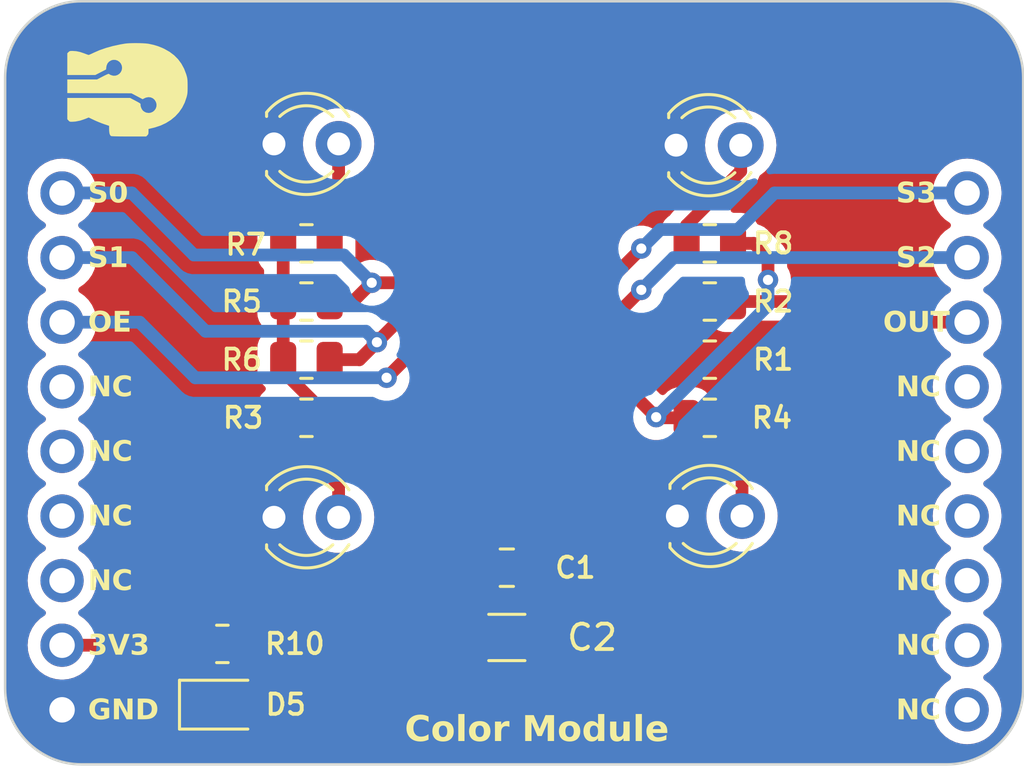
<source format=kicad_pcb>
(kicad_pcb (version 20221018) (generator pcbnew)
  (layers (0 "F.Cu" signal) (31 "B.Cu" signal) (34 "B.Paste" user) (35 "F.Paste" user) (36 "B.SilkS" user "B.Silkscreen") (37 "F.SilkS" user "F.Silkscreen") (38 "B.Mask" user) (39 "F.Mask" user) (44 "Edge.Cuts" user))
  (net 0 "")
  (net 1 "+3V3")
  (net 2 "GND")
  (net 3 "Net-(D1-A)")
  (net 4 "Net-(D2-A)")
  (net 5 "Net-(D3-A)")
  (net 6 "Net-(D4-A)")
  (net 7 "Net-(D5-A)")
  (net 8 "S0")
  (net 9 "S1")
  (net 10 "OUT")
  (net 11 "Net-(U1-OUT)")
  (net 12 "S2")
  (net 13 "OE")
  (net 14 "S3")
  (footprint "LED_THT:LED_D3.0mm" (layer "F.Cu") (at 93.8734 80.3656)
    (fp_text reference "D1" hide)
    (fp_text value "LED")
    (fp_line (start -0.29 -1.236) (end -0.29 -1.08) (stroke (width 0.12)) (layer "F.SilkS"))
    (fp_line (start -0.29 1.08) (end -0.29 1.236) (stroke (width 0.12)) (layer "F.SilkS"))
    (fp_arc (start -0.29 -1.235516) (mid 1.366487 -1.987659) (end 2.942335 -1.078608) (stroke (width 0.12)) (layer "F.SilkS"))
    (fp_arc (start 0.229039 -1.08) (mid 1.270117 -1.5) (end 2.31113 -1.079837) (stroke (width 0.12)) (layer "F.SilkS"))
    (fp_arc (start 2.31113 1.079837) (mid 1.270117 1.5) (end 0.229039 1.08) (stroke (width 0.12)) (layer "F.SilkS"))
    (fp_arc (start 2.942335 1.078608) (mid 1.366487 1.987659) (end -0.29 1.235516) (stroke (width 0.12)) (layer "F.SilkS"))
    (pad "1" thru_hole rect (at 0 0) (size 1.8 1.8) (drill 0.9) (layers "*.Cu" "*.Mask") (net 2 "GND"))
    (pad "2" thru_hole circle (at 2.54 0) (size 1.8 1.8) (drill 0.9) (layers "*.Cu" "*.Mask") (net 3 "Net-(D1-A)"))
  )
  (footprint "LED_THT:LED_D3.0mm" (layer "F.Cu") (at 109.6722 65.7352)
    (fp_text reference "D4" hide)
    (fp_text value "LED")
    (fp_line (start -0.29 -1.236) (end -0.29 -1.08) (stroke (width 0.12)) (layer "F.SilkS"))
    (fp_line (start -0.29 1.08) (end -0.29 1.236) (stroke (width 0.12)) (layer "F.SilkS"))
    (fp_arc (start -0.29 -1.235516) (mid 1.366487 -1.987659) (end 2.942335 -1.078608) (stroke (width 0.12)) (layer "F.SilkS"))
    (fp_arc (start 0.229039 -1.08) (mid 1.270117 -1.5) (end 2.31113 -1.079837) (stroke (width 0.12)) (layer "F.SilkS"))
    (fp_arc (start 2.31113 1.079837) (mid 1.270117 1.5) (end 0.229039 1.08) (stroke (width 0.12)) (layer "F.SilkS"))
    (fp_arc (start 2.942335 1.078608) (mid 1.366487 1.987659) (end -0.29 1.235516) (stroke (width 0.12)) (layer "F.SilkS"))
    (pad "1" thru_hole rect (at 0 0) (size 1.8 1.8) (drill 0.9) (layers "*.Cu" "*.Mask") (net 2 "GND"))
    (pad "2" thru_hole circle (at 2.54 0) (size 1.8 1.8) (drill 0.9) (layers "*.Cu" "*.Mask") (net 6 "Net-(D4-A)"))
  )
  (footprint "Resistor_SMD:R_0805_2012Metric" (layer "F.Cu") (at 95.1484 74.168 180)
    (fp_text reference "R6" (at 2.54 0) (layer "F.SilkS") (effects (font (size 0.8 0.8) (thickness 0.15) bold)))
    (fp_text value "10k")
    (fp_line (start -0.227064 -0.735) (end 0.227064 -0.735) (stroke (width 0.12)) (layer "F.SilkS"))
    (fp_line (start -0.227064 0.735) (end 0.227064 0.735) (stroke (width 0.12)) (layer "F.SilkS"))
    (pad "1" smd roundrect (at -0.9125 0 180) (size 1.025 1.4) (layers "F.Cu" "F.Paste" "F.Mask") (roundrect_rratio 0.243902) (net 9 "S1"))
    (pad "2" smd roundrect (at 0.9125 0 180) (size 1.025 1.4) (layers "F.Cu" "F.Paste" "F.Mask") (roundrect_rratio 0.243902) (net 1 "+3V3"))
  )
  (footprint "Resistor_SMD:R_0805_2012Metric" (layer "F.Cu") (at 110.998 71.882 180)
    (fp_text reference "R2" (at -2.4892 0) (layer "F.SilkS") (effects (font (size 0.8 0.8) (thickness 0.15) bold)))
    (fp_text value "1k")
    (fp_line (start -0.227064 -0.735) (end 0.227064 -0.735) (stroke (width 0.12)) (layer "F.SilkS"))
    (fp_line (start -0.227064 0.735) (end 0.227064 0.735) (stroke (width 0.12)) (layer "F.SilkS"))
    (pad "1" smd roundrect (at -0.9125 0 180) (size 1.025 1.4) (layers "F.Cu" "F.Paste" "F.Mask") (roundrect_rratio 0.243902) (net 10 "OUT"))
    (pad "2" smd roundrect (at 0.9125 0 180) (size 1.025 1.4) (layers "F.Cu" "F.Paste" "F.Mask") (roundrect_rratio 0.243902) (net 11 "Net-(U1-OUT)"))
  )
  (footprint "TCS3200:SOIC8" (layer "F.Cu") (at 103.0732 73.0504)
    (fp_text reference "U1" hide)
    (fp_text value "TCS3200")
    (pad "1" smd rect (at -2.6 -1.905 270) (size 0.6 2.2) (layers "F.Cu" "F.Paste" "F.Mask") (net 8 "S0"))
    (pad "2" smd rect (at -2.6 -0.635 270) (size 0.6 2.2) (layers "F.Cu" "F.Paste" "F.Mask") (net 9 "S1"))
    (pad "3" smd rect (at -2.6 0.635 270) (size 0.6 2.2) (layers "F.Cu" "F.Paste" "F.Mask") (net 13 "OE"))
    (pad "4" smd rect (at -2.6 1.905 270) (size 0.6 2.2) (layers "F.Cu" "F.Paste" "F.Mask") (net 2 "GND"))
    (pad "5" smd rect (at 2.6 1.905 270) (size 0.6 2.2) (layers "F.Cu" "F.Paste" "F.Mask") (net 1 "+3V3"))
    (pad "6" smd rect (at 2.6 0.635 270) (size 0.6 2.2) (layers "F.Cu" "F.Paste" "F.Mask") (net 11 "Net-(U1-OUT)"))
    (pad "7" smd rect (at 2.6 -0.635 270) (size 0.6 2.2) (layers "F.Cu" "F.Paste" "F.Mask") (net 12 "S2"))
    (pad "8" smd rect (at 2.6 -1.905 270) (size 0.6 2.2) (layers "F.Cu" "F.Paste" "F.Mask") (net 14 "S3"))
  )
  (footprint "LED_THT:LED_D3.0mm" (layer "F.Cu") (at 93.8734 65.6844)
    (fp_text reference "D3" hide)
    (fp_text value "LED")
    (fp_line (start -0.29 -1.236) (end -0.29 -1.08) (stroke (width 0.12)) (layer "F.SilkS"))
    (fp_line (start -0.29 1.08) (end -0.29 1.236) (stroke (width 0.12)) (layer "F.SilkS"))
    (fp_arc (start -0.29 -1.235516) (mid 1.366487 -1.987659) (end 2.942335 -1.078608) (stroke (width 0.12)) (layer "F.SilkS"))
    (fp_arc (start 0.229039 -1.08) (mid 1.270117 -1.5) (end 2.31113 -1.079837) (stroke (width 0.12)) (layer "F.SilkS"))
    (fp_arc (start 2.31113 1.079837) (mid 1.270117 1.5) (end 0.229039 1.08) (stroke (width 0.12)) (layer "F.SilkS"))
    (fp_arc (start 2.942335 1.078608) (mid 1.366487 1.987659) (end -0.29 1.235516) (stroke (width 0.12)) (layer "F.SilkS"))
    (pad "1" thru_hole rect (at 0 0) (size 1.8 1.8) (drill 0.9) (layers "*.Cu" "*.Mask") (net 2 "GND"))
    (pad "2" thru_hole circle (at 2.54 0) (size 1.8 1.8) (drill 0.9) (layers "*.Cu" "*.Mask") (net 5 "Net-(D3-A)"))
  )
  (footprint "Resistor_SMD:R_0805_2012Metric" (layer "F.Cu") (at 95.1484 71.882 180)
    (fp_text reference "R5" (at 2.54 0) (layer "F.SilkS") (effects (font (size 0.8 0.8) (thickness 0.15) bold)))
    (fp_text value "10k")
    (fp_line (start -0.227064 -0.735) (end 0.227064 -0.735) (stroke (width 0.12)) (layer "F.SilkS"))
    (fp_line (start -0.227064 0.735) (end 0.227064 0.735) (stroke (width 0.12)) (layer "F.SilkS"))
    (pad "1" smd roundrect (at -0.9125 0 180) (size 1.025 1.4) (layers "F.Cu" "F.Paste" "F.Mask") (roundrect_rratio 0.243902) (net 8 "S0"))
    (pad "2" smd roundrect (at 0.9125 0 180) (size 1.025 1.4) (layers "F.Cu" "F.Paste" "F.Mask") (roundrect_rratio 0.243902) (net 1 "+3V3"))
  )
  (footprint "Resistor_SMD:R_0805_2012Metric" (layer "F.Cu") (at 110.998 76.454 180)
    (fp_text reference "R4" (at -2.4384 0) (layer "F.SilkS") (effects (font (size 0.8 0.8) (thickness 0.15) bold)))
    (fp_text value "330r")
    (fp_line (start -0.227064 -0.735) (end 0.227064 -0.735) (stroke (width 0.12)) (layer "F.SilkS"))
    (fp_line (start -0.227064 0.735) (end 0.227064 0.735) (stroke (width 0.12)) (layer "F.SilkS"))
    (pad "1" smd roundrect (at -0.9125 0 180) (size 1.025 1.4) (layers "F.Cu" "F.Paste" "F.Mask") (roundrect_rratio 0.243902) (net 4 "Net-(D2-A)"))
    (pad "2" smd roundrect (at 0.9125 0 180) (size 1.025 1.4) (layers "F.Cu" "F.Paste" "F.Mask") (roundrect_rratio 0.243902) (net 1 "+3V3"))
  )
  (footprint "Resistor_SMD:R_0805_2012Metric" (layer "F.Cu") (at 95.1484 69.596 180)
    (fp_text reference "R7" (at 2.3876 -0.0508) (layer "F.SilkS") (effects (font (size 0.8 0.8) (thickness 0.15) bold)))
    (fp_text value "330r")
    (fp_line (start -0.227064 -0.735) (end 0.227064 -0.735) (stroke (width 0.12)) (layer "F.SilkS"))
    (fp_line (start -0.227064 0.735) (end 0.227064 0.735) (stroke (width 0.12)) (layer "F.SilkS"))
    (pad "1" smd roundrect (at -0.9125 0 180) (size 1.025 1.4) (layers "F.Cu" "F.Paste" "F.Mask") (roundrect_rratio 0.243902) (net 5 "Net-(D3-A)"))
    (pad "2" smd roundrect (at 0.9125 0 180) (size 1.025 1.4) (layers "F.Cu" "F.Paste" "F.Mask") (roundrect_rratio 0.243902) (net 1 "+3V3"))
  )
  (footprint "LED_SMD:LED_0805_2012Metric" (layer "F.Cu") (at 91.8464 87.7316)
    (fp_text reference "D5" (at 2.4892 0) (layer "F.SilkS") (effects (font (size 0.8 0.8) (thickness 0.15) bold)))
    (fp_text value "LED")
    (fp_line (start -1.685 -0.96) (end -1.685 0.96) (stroke (width 0.12)) (layer "F.SilkS"))
    (fp_line (start -1.685 0.96) (end 1 0.96) (stroke (width 0.12)) (layer "F.SilkS"))
    (fp_line (start 1 -0.96) (end -1.685 -0.96) (stroke (width 0.12)) (layer "F.SilkS"))
    (pad "1" smd roundrect (at -0.9375 0) (size 0.975 1.4) (layers "F.Cu" "F.Paste" "F.Mask") (net 2 "GND"))
    (pad "2" smd roundrect (at 0.9375 0) (size 0.975 1.4) (layers "F.Cu" "F.Paste" "F.Mask") (net 7 "Net-(D5-A)"))
  )
  (footprint "Resistor_SMD:R_0805_2012Metric" (layer "F.Cu") (at 110.998 69.596)
    (fp_text reference "R8" (at 2.4892 0) (layer "F.SilkS") (effects (font (size 0.8 0.8) (thickness 0.15) bold)))
    (fp_text value "330r")
    (fp_line (start -0.227064 -0.735) (end 0.227064 -0.735) (stroke (width 0.12)) (layer "F.SilkS"))
    (fp_line (start -0.227064 0.735) (end 0.227064 0.735) (stroke (width 0.12)) (layer "F.SilkS"))
    (pad "1" smd roundrect (at -0.9125 0) (size 1.025 1.4) (layers "F.Cu" "F.Paste" "F.Mask") (roundrect_rratio 0.243902) (net 6 "Net-(D4-A)"))
    (pad "2" smd roundrect (at 0.9125 0) (size 1.025 1.4) (layers "F.Cu" "F.Paste" "F.Mask") (roundrect_rratio 0.243902) (net 1 "+3V3"))
  )
  (footprint "Capacitor_SMD:C_0805_2012Metric" (layer "F.Cu") (at 103.0224 82.3468)
    (fp_text reference "C1" (at 2.6924 0) (layer "F.SilkS") (effects (font (size 0.8 0.8) (thickness 0.15) bold)))
    (fp_text value "0.1uF")
    (fp_line (start -0.261252 -0.735) (end 0.261252 -0.735) (stroke (width 0.12)) (layer "F.SilkS"))
    (fp_line (start -0.261252 0.735) (end 0.261252 0.735) (stroke (width 0.12)) (layer "F.SilkS"))
    (pad "1" smd roundrect (at -0.95 0) (size 1 1.45) (layers "F.Cu" "F.Paste" "F.Mask") (net 1 "+3V3"))
    (pad "2" smd roundrect (at 0.95 0) (size 1 1.45) (layers "F.Cu" "F.Paste" "F.Mask") (net 2 "GND"))
  )
  (footprint "Resistor_SMD:R_0805_2012Metric" (layer "F.Cu") (at 110.998 74.168)
    (fp_text reference "R1" (at 2.4892 0) (layer "F.SilkS") (effects (font (size 0.8 0.8) (thickness 0.15) bold)))
    (fp_text value "0r")
    (fp_line (start -0.227064 -0.735) (end 0.227064 -0.735) (stroke (width 0.12)) (layer "F.SilkS"))
    (fp_line (start -0.227064 0.735) (end 0.227064 0.735) (stroke (width 0.12)) (layer "F.SilkS"))
    (pad "1" smd roundrect (at -0.9125 0) (size 1.025 1.4) (layers "F.Cu" "F.Paste" "F.Mask") (roundrect_rratio 0.243902) (net 2 "GND"))
    (pad "2" smd roundrect (at 0.9125 0) (size 1.025 1.4) (layers "F.Cu" "F.Paste" "F.Mask") (roundrect_rratio 0.243902) (net 2 "GND"))
  )
  (footprint "Capacitor_SMD:C_1206_3216Metric" (layer "F.Cu") (at 103.0224 85.09)
    (fp_text reference "C2" (at 3.3528 0) (layer "F.SilkS"))
    (fp_text value "10uF")
    (fp_line (start -0.711252 -0.91) (end 0.711252 -0.91) (stroke (width 0.12)) (layer "F.SilkS"))
    (fp_line (start -0.711252 0.91) (end 0.711252 0.91) (stroke (width 0.12)) (layer "F.SilkS"))
    (pad "1" smd roundrect (at -1.475 0) (size 1.15 1.8) (layers "F.Cu" "F.Paste" "F.Mask") (roundrect_rratio 0.217391) (net 1 "+3V3"))
    (pad "2" smd roundrect (at 1.475 0) (size 1.15 1.8) (layers "F.Cu" "F.Paste" "F.Mask") (roundrect_rratio 0.217391) (net 2 "GND"))
  )
  (footprint "Resistor_SMD:R_0805_2012Metric" (layer "F.Cu") (at 95.1484 76.454)
    (fp_text reference "R3" (at -2.4892 0) (layer "F.SilkS") (effects (font (size 0.8 0.8) (thickness 0.15) bold)))
    (fp_text value "330r")
    (fp_line (start -0.227064 -0.735) (end 0.227064 -0.735) (stroke (width 0.12)) (layer "F.SilkS"))
    (fp_line (start -0.227064 0.735) (end 0.227064 0.735) (stroke (width 0.12)) (layer "F.SilkS"))
    (pad "1" smd roundrect (at -0.9125 0) (size 1.025 1.4) (layers "F.Cu" "F.Paste" "F.Mask") (roundrect_rratio 0.243902) (net 3 "Net-(D1-A)"))
    (pad "2" smd roundrect (at 0.9125 0) (size 1.025 1.4) (layers "F.Cu" "F.Paste" "F.Mask") (roundrect_rratio 0.243902) (net 1 "+3V3"))
  )
  (footprint "Moduler_:pin_header" (layer "F.Cu") (at 103.0732 78.2828)
    (fp_text reference "U2" hide)
    (fp_text value "~" hide)
    (fp_text user "GND" (at -16.51 10.16 unlocked) (layer "F.SilkS") (effects (font (size 0.8 0.8) (thickness 0.2) bold) (justify left bottom)))
    (fp_text user "NC" (at -16.51 2.54 unlocked) (layer "F.SilkS") (effects (font (size 0.8 0.8) (thickness 0.2) bold) (justify left bottom)))
    (fp_text user "OUT" (at 14.732 -5.08 unlocked) (layer "F.SilkS") (effects (font (size 0.8 0.8) (thickness 0.2) bold) (justify left bottom)))
    (fp_text user "NC" (at 15.24 10.16 unlocked) (layer "F.SilkS") (effects (font (size 0.8 0.8) (thickness 0.2) bold) (justify left bottom)))
    (fp_text user "NC" (at 15.24 7.62 unlocked) (layer "F.SilkS") (effects (font (size 0.8 0.8) (thickness 0.2) bold) (justify left bottom)))
    (fp_text user "NC" (at 15.24 0 unlocked) (layer "F.SilkS") (effects (font (size 0.8 0.8) (thickness 0.2) bold) (justify left bottom)))
    (fp_text user "NC" (at 15.24 2.54 unlocked) (layer "F.SilkS") (effects (font (size 0.8 0.8) (thickness 0.2) bold) (justify left bottom)))
    (fp_text user "NC" (at -16.51 0 unlocked) (layer "F.SilkS") (effects (font (size 0.8 0.8) (thickness 0.2) bold) (justify left bottom)))
    (fp_text user "S2" (at 15.24 -7.62 unlocked) (layer "F.SilkS") (effects (font (size 0.8 0.8) (thickness 0.2) bold) (justify left bottom)))
    (fp_text user "NC" (at -16.51 -2.54 unlocked) (layer "F.SilkS") (effects (font (size 0.8 0.8) (thickness 0.2) bold) (justify left bottom)))
    (fp_text user "S0" (at -16.51 -10.16 unlocked) (layer "F.SilkS") (effects (font (size 0.8 0.8) (thickness 0.2) bold) (justify left bottom)))
    (fp_text user "Color Module" (at -4.064 11.049 unlocked) (layer "F.SilkS") (effects (font (thickness 0.2) bold) (justify left bottom)))
    (fp_text user "S1" (at -16.51 -7.62 unlocked) (layer "F.SilkS") (effects (font (size 0.8 0.8) (thickness 0.2) bold) (justify left bottom)))
    (fp_text user "3V3" (at -16.51 7.62 unlocked) (layer "F.SilkS") (effects (font (size 0.8 0.8) (thickness 0.2) bold) (justify left bottom)))
    (fp_text user "NC" (at -16.51 5.08 unlocked) (layer "F.SilkS") (effects (font (size 0.8 0.8) (thickness 0.2) bold) (justify left bottom)))
    (fp_text user "NC" (at 15.24 -2.54 unlocked) (layer "F.SilkS") (effects (font (size 0.8 0.8) (thickness 0.2) bold) (justify left bottom)))
    (fp_text user "NC" (at 15.24 5.08 unlocked) (layer "F.SilkS") (effects (font (size 0.8 0.8) (thickness 0.2) bold) (justify left bottom)))
    (fp_text user "S3" (at 15.24 -10.16 unlocked) (layer "F.SilkS") (effects (font (size 0.8 0.8) (thickness 0.2) bold) (justify left bottom)))
    (fp_text user "OE" (at -16.51 -5.08 unlocked) (layer "F.SilkS") (effects (font (size 0.8 0.8) (thickness 0.2) bold) (justify left bottom)))
    (fp_poly (pts (xy -14.485582 -16.559009) (xy -14.360573 -16.554745) (xy -14.248636 -16.54798) (xy -14.157002 -16.538775) (xy -14.117924 -16.532703) (xy -13.929469 -16.491549) (xy -13.759531 -16.440533) (xy -13.595569 -16.375574) (xy -13.505604 -16.333511) (xy -13.302009 -16.218091) (xy -13.123321 -16.083397) (xy -12.969118 -15.928915) (xy -12.838978 -15.754131) (xy -12.73248 -15.558531) (xy -12.6492 -15.3416) (xy -12.625721 -15.261504) (xy -12.612959 -15.20932) (xy -12.603846 -15.156964) (xy -12.597806 -15.097579) (xy -12.594264 -15.024306) (xy -12.592645 -14.930288) (xy -12.59236 -14.863654) (xy -12.592671 -14.758539) (xy -12.594379 -14.67766) (xy -12.598173 -14.613669) (xy -12.604739 -14.559219) (xy -12.614766 -14.506962) (xy -12.628942 -14.449549) (xy -12.632287 -14.43698) (xy -12.705714 -14.221543) (xy -12.805363 -14.022972) (xy -12.930147 -13.842253) (xy -13.078978 -13.68037) (xy -13.250768 -13.538308) (xy -13.444431 -13.417053) (xy -13.658878 -13.317589) (xy -13.893022 -13.240901) (xy -13.975535 -13.220506) (xy -14.129547 -13.185381) (xy -14.129547 -13.083439) (xy -14.131087 -13.025365) (xy -14.138019 -12.987709) (xy -14.153807 -12.959356) (xy -14.17572 -12.935324) (xy -14.221893 -12.889151) (xy -14.898388 -12.889632) (xy -15.093554 -12.890179) (xy -15.257188 -12.891522) (xy -15.389336 -12.893662) (xy -15.490047 -12.896601) (xy -15.559371 -12.900339) (xy -15.597354 -12.904877) (xy -15.604006 -12.907041) (xy -15.639705 -12.944721) (xy -15.663541 -13.009816) (xy -15.675744 -13.103144) (xy -15.677582 -13.169023) (xy -15.677607 -13.307746) (xy -15.877323 -13.375342) (xy -15.973613 -13.410249) (xy -16.083694 -13.453796) (xy -16.193274 -13.500154) (xy -16.27912 -13.539209) (xy -16.481202 -13.63548) (xy -16.625058 -13.577237) (xy -16.814264 -13.51298) (xy -16.995657 -13.477073) (xy -17.112214 -13.468483) (xy -17.172568 -13.467793) (xy -17.210949 -13.471228) (xy -17.236949 -13.481681) (xy -17.260163 -13.502045) (xy -17.274123 -13.517292) (xy -17.320343 -13.568879) (xy -17.320343 -13.987224) (xy -17.320343 -14.405569) (xy -16.086926 -14.405569) (xy -14.85351 -14.405569) (xy -14.643801 -14.294889) (xy -14.56284 -14.251731) (xy -14.506066 -14.219928) (xy -14.469493 -14.196546) (xy -14.449134 -14.178651) (xy -14.441003 -14.163308) (xy -14.441111 -14.147581) (xy -14.441413 -14.14592) (xy -14.43976 -14.092795) (xy -14.421236 -14.027967) (xy -14.3904 -13.962942) (xy -14.35181 -13.909228) (xy -14.344762 -13.902005) (xy -14.296227 -13.865834) (xy -14.236644 -13.835404) (xy -14.214799 -13.827587) (xy -14.121045 -13.813694) (xy -14.033382 -13.827179) (xy -13.955509 -13.863953) (xy -13.891126 -13.919926) (xy -13.843932 -13.991011) (xy -13.817627 -14.073118) (xy -13.815911 -14.162158) (xy -13.838074 -14.243952) (xy -13.888707 -14.328311) (xy -13.95777 -14.389514) (xy -14.040589 -14.425955) (xy -14.132494 -14.436027) (xy -14.228811 -14.418125) (xy -14.281052 -14.396241) (xy -14.36193 -14.355321) (xy -14.581404 -14.471272) (xy -14.800878 -14.587224) (xy -16.06061 -14.591538) (xy -17.320343 -14.595853) (xy -17.320343 -14.86402) (xy -17.320343 -15.132186) (xy -16.736108 -15.132186) (xy -16.151873 -15.132186) (xy -15.92364 -15.25081) (xy -15.825628 -15.300328) (xy -15.752835 -15.333929) (xy -15.705794 -15.351385) (xy -15.685044 -15.352471) (xy -15.684533 -15.351839) (xy -15.664369 -15.334981) (xy -15.626413 -15.313259) (xy -15.608475 -15.304645) (xy -15.517344 -15.278515) (xy -15.42868 -15.280387) (xy -15.34665 -15.306716) (xy -15.27542 -15.353956) (xy -15.219157 -15.418565) (xy -15.182028 -15.496995) (xy -15.1682 -15.585704) (xy -15.178799 -15.670169) (xy -15.216089 -15.756834) (xy -15.2752 -15.826154) (xy -15.350432 -15.875231) (xy -15.436087 -15.901168) (xy -15.526465 -15.901066) (xy -15.594919 -15.881743) (xy -15.679764 -15.831605) (xy -15.7402 -15.761879) (xy -15.776844 -15.671686) (xy -15.787538 -15.6087) (xy -15.796027 -15.524455) (xy -16.008245 -15.415199) (xy -16.220463 -15.305942) (xy -16.770403 -15.305942) (xy -17.320343 -15.305942) (xy -17.320343 -15.73365) (xy -17.320343 -16.161358) (xy -17.27417 -16.207531) (xy -17.247441 -16.231634) (xy -17.221044 -16.24546) (xy -17.185152 -16.251797) (xy -17.129936 -16.253429) (xy -17.112261 -16.253429) (xy -16.965134 -16.242789) (xy -16.813828 -16.210492) (xy -16.650907 -16.15493) (xy -16.643254 -16.151886) (xy -16.580147 -16.127507) (xy -16.526736 -16.108472) (xy -16.490695 -16.097439) (xy -16.481152 -16.095743) (xy -16.459332 -16.102404) (xy -16.415439 -16.120594) (xy -16.35561 -16.147624) (xy -16.285983 -16.180807) (xy -16.277762 -16.184828) (xy -16.053998 -16.282606) (xy -15.80365 -16.369931) (xy -15.530295 -16.445763) (xy -15.237504 -16.509065) (xy -15.053614 -16.540657) (xy -14.971712 -16.549822) (xy -14.866727 -16.556178) (xy -14.74589 -16.559787) (xy -14.616431 -16.56071)) (fill solid) (layer "F.SilkS"))
    (fp_poly (pts (xy -19.759475 -15.361112) (xy -19.747896 -15.5134) (xy -19.728827 -15.663474) (xy -19.702457 -15.811146) (xy -19.668975 -15.956226) (xy -19.628568 -16.098527) (xy -19.581426 -16.23786) (xy -19.527736 -16.374037) (xy -19.467687 -16.506869) (xy -19.401468 -16.636168) (xy -19.329267 -16.761745) (xy -19.251272 -16.883413) (xy -19.167671 -17.000982) (xy -19.078654 -17.114264) (xy -18.984408 -17.223072) (xy -18.885122 -17.327215) (xy -18.780984 -17.426507) (xy -18.672182 -17.520758) (xy -18.558906 -17.609781) (xy -18.441343 -17.693386) (xy -18.319683 -17.771386) (xy -18.194112 -17.843591) (xy -18.06482 -17.909814) (xy -17.931995 -17.969866) (xy -17.795826 -18.023559) (xy -17.6565 -18.070704) (xy -17.514207 -18.111113) (xy -17.369134 -18.144597) (xy -17.221471 -18.170968) (xy -17.071405 -18.190038) (xy -16.919125 -18.201619) (xy -16.764819 -18.20552) (xy 17.238832 -18.20552) (xy 17.393137 -18.201619) (xy 17.545417 -18.190038) (xy 17.695483 -18.170968) (xy 17.843146 -18.144597) (xy 17.988219 -18.111113) (xy 18.130512 -18.070704) (xy 18.269837 -18.023559) (xy 18.406006 -17.969866) (xy 18.538831 -17.909814) (xy 18.668123 -17.843591) (xy 18.793694 -17.771386) (xy 18.915355 -17.693386) (xy 19.032917 -17.609781) (xy 19.146194 -17.520758) (xy 19.254995 -17.426507) (xy 19.359133 -17.327215) (xy 19.458419 -17.223072) (xy 19.552665 -17.114264) (xy 19.641683 -17.000982) (xy 19.725284 -16.883413) (xy 19.803279 -16.761745) (xy 19.87548 -16.636168) (xy 19.9417 -16.506869) (xy 20.001748 -16.374037) (xy 20.055438 -16.23786) (xy 20.102581 -16.098527) (xy 20.142987 -15.956226) (xy 20.17647 -15.811146) (xy 20.20284 -15.663474) (xy 20.221909 -15.5134) (xy 20.233488 -15.361112) (xy 20.23739 -15.206798) (xy 20.23739 8.797094) (xy 20.233488 8.951408) (xy 20.221909 9.103696) (xy 20.20284 9.25377) (xy 20.17647 9.401441) (xy 20.142987 9.546522) (xy 20.102581 9.688822) (xy 20.055438 9.828155) (xy 20.001748 9.964332) (xy 19.9417 10.097164) (xy 19.87548 10.226463) (xy 19.803279 10.352041) (xy 19.725284 10.473708) (xy 19.641683 10.591278) (xy 19.552665 10.70456) (xy 19.458419 10.813367) (xy 19.359133 10.917511) (xy 19.254995 11.016803) (xy 19.146194 11.111054) (xy 19.032917 11.200077) (xy 18.915355 11.283682) (xy 18.793694 11.361681) (xy 18.668123 11.433887) (xy 18.538831 11.50011) (xy 18.406006 11.560162) (xy 18.269837 11.613855) (xy 18.130512 11.661) (xy 17.988219 11.701409) (xy 17.843146 11.734893) (xy 17.695483 11.761265) (xy 17.545417 11.780334) (xy 17.393137 11.791915) (xy 17.238832 11.795817) (xy -16.764819 11.795817) (xy -16.919125 11.791915) (xy -17.071405 11.780334) (xy -17.221471 11.761265) (xy -17.369134 11.734893) (xy -17.514207 11.701409) (xy -17.6565 11.661) (xy -17.795826 11.613855) (xy -17.931995 11.560162) (xy -18.06482 11.50011) (xy -18.194112 11.433887) (xy -18.319683 11.361681) (xy -18.441343 11.283682) (xy -18.558906 11.200077) (xy -18.672182 11.111054) (xy -18.780984 11.016803) (xy -18.885122 10.917511) (xy -18.984408 10.813367) (xy -19.078654 10.70456) (xy -19.167671 10.591278) (xy -19.251272 10.473708) (xy -19.329267 10.352041) (xy -19.401468 10.226463) (xy -19.467687 10.097164) (xy -19.527736 9.964332) (xy -19.581426 9.828155) (xy -19.628568 9.688822) (xy -19.668975 9.546522) (xy -19.702457 9.401441) (xy -19.728827 9.25377) (xy -19.747896 9.103696) (xy -19.759475 8.951408) (xy -19.763377 8.797094) (xy -19.763377 -15.206798)) (stroke (width 0.1)) (fill none) (layer "Edge.Cuts"))
    (pad "1" thru_hole oval (at -17.526 -10.668) (size 1.7 1.7) (drill 1) (layers "*.Cu" "*.Mask") (net 8 "S0"))
    (pad "2" thru_hole oval (at -17.526 -8.128) (size 1.7 1.7) (drill 1) (layers "*.Cu" "*.Mask") (net 9 "S1"))
    (pad "3" thru_hole oval (at -17.526 -5.588) (size 1.7 1.7) (drill 1) (layers "*.Cu" "*.Mask") (net 13 "OE"))
    (pad "4" thru_hole oval (at -17.526 -3.048) (size 1.7 1.7) (drill 1) (layers "*.Cu" "*.Mask"))
    (pad "5" thru_hole oval (at -17.526 -0.508) (size 1.7 1.7) (drill 1) (layers "*.Cu" "*.Mask"))
    (pad "6" thru_hole oval (at -17.526 2.032) (size 1.7 1.7) (drill 1) (layers "*.Cu" "*.Mask"))
    (pad "7" thru_hole oval (at -17.526 4.572) (size 1.7 1.7) (drill 1) (layers "*.Cu" "*.Mask"))
    (pad "8" thru_hole oval (at -17.526 7.112) (size 1.7 1.7) (drill 1) (layers "*.Cu" "*.Mask") (net 1 "+3V3"))
    (pad "9" thru_hole oval (at -17.526 9.652) (size 1.7 1.7) (drill 1) (layers "*.Cu" "*.Mask") (net 2 "GND"))
    (pad "10" thru_hole oval (at 18.034 9.652) (size 1.7 1.7) (drill 1) (layers "*.Cu" "*.Mask"))
    (pad "11" thru_hole oval (at 18.034 7.112) (size 1.7 1.7) (drill 1) (layers "*.Cu" "*.Mask"))
    (pad "12" thru_hole oval (at 18.034 4.572) (size 1.7 1.7) (drill 1) (layers "*.Cu" "*.Mask"))
    (pad "13" thru_hole oval (at 18.034 2.032) (size 1.7 1.7) (drill 1) (layers "*.Cu" "*.Mask"))
    (pad "14" thru_hole oval (at 18.034 -0.508) (size 1.7 1.7) (drill 1) (layers "*.Cu" "*.Mask"))
    (pad "15" thru_hole oval (at 18.034 -3.048) (size 1.7 1.7) (drill 1) (layers "*.Cu" "*.Mask"))
    (pad "16" thru_hole oval (at 18.034 -5.588) (size 1.7 1.7) (drill 1) (layers "*.Cu" "*.Mask") (net 10 "OUT"))
    (pad "17" thru_hole oval (at 18.034 -8.128) (size 1.7 1.7) (drill 1) (layers "*.Cu" "*.Mask") (net 12 "S2"))
    (pad "18" thru_hole oval (at 18.034 -10.668) (size 1.7 1.7) (drill 1) (layers "*.Cu" "*.Mask") (net 14 "S3"))
  )
  (footprint "LED_THT:LED_D3.0mm" (layer "F.Cu") (at 109.723 80.3148)
    (fp_text reference "D2" hide)
    (fp_text value "LED")
    (fp_line (start -0.29 -1.236) (end -0.29 -1.08) (stroke (width 0.12)) (layer "F.SilkS"))
    (fp_line (start -0.29 1.08) (end -0.29 1.236) (stroke (width 0.12)) (layer "F.SilkS"))
    (fp_arc (start -0.29 -1.235516) (mid 1.366487 -1.987659) (end 2.942335 -1.078608) (stroke (width 0.12)) (layer "F.SilkS"))
    (fp_arc (start 0.229039 -1.08) (mid 1.270117 -1.5) (end 2.31113 -1.079837) (stroke (width 0.12)) (layer "F.SilkS"))
    (fp_arc (start 2.31113 1.079837) (mid 1.270117 1.5) (end 0.229039 1.08) (stroke (width 0.12)) (layer "F.SilkS"))
    (fp_arc (start 2.942335 1.078608) (mid 1.366487 1.987659) (end -0.29 1.235516) (stroke (width 0.12)) (layer "F.SilkS"))
    (pad "1" thru_hole rect (at 0 0) (size 1.8 1.8) (drill 0.9) (layers "*.Cu" "*.Mask") (net 2 "GND"))
    (pad "2" thru_hole circle (at 2.54 0) (size 1.8 1.8) (drill 0.9) (layers "*.Cu" "*.Mask") (net 4 "Net-(D2-A)"))
  )
  (footprint "Resistor_SMD:R_0805_2012Metric" (layer "F.Cu") (at 91.8464 85.344)
    (fp_text reference "R10" (at 2.8448 0) (layer "F.SilkS") (effects (font (size 0.8 0.8) (thickness 0.15) bold)))
    (fp_text value "470r")
    (fp_line (start -0.227064 -0.735) (end 0.227064 -0.735) (stroke (width 0.12)) (layer "F.SilkS"))
    (fp_line (start -0.227064 0.735) (end 0.227064 0.735) (stroke (width 0.12)) (layer "F.SilkS"))
    (pad "1" smd roundrect (at -0.9125 0) (size 1.025 1.4) (layers "F.Cu" "F.Paste" "F.Mask") (roundrect_rratio 0.243902) (net 1 "+3V3"))
    (pad "2" smd roundrect (at 0.9125 0) (size 1.025 1.4) (layers "F.Cu" "F.Paste" "F.Mask") (roundrect_rratio 0.243902) (net 7 "Net-(D5-A)"))
  )
  (segment (start 91.186 83.6676) (end 98.3996 83.6676) (width 0.5) (layer "F.Cu") (net 1))
  (segment (start 101.5474 85.09) (end 101.5474 84.1266) (width 0.5) (layer "F.Cu") (net 1))
  (segment (start 94.2359 74.168) (end 94.2359 69.596) (width 0.5) (layer "F.Cu") (net 1))
  (segment (start 113.284 71.0325) (end 113.284 70.1548) (width 0.5) (layer "F.Cu") (net 1))
  (segment (start 108.9152 76.454) (end 108.8898 76.4286) (width 0.5) (layer "F.Cu") (net 1))
  (segment (start 96.0609 76.454) (end 101.6 76.454) (width 0.5) (layer "F.Cu") (net 1))
  (segment (start 102.0724 76.9264) (end 104.0434 74.9554) (width 0.5) (layer "F.Cu") (net 1))
  (segment (start 102.0724 82.3468) (end 102.0724 80.5536) (width 0.5) (layer "F.Cu") (net 1))
  (segment (start 108.9152 76.454) (end 110.0855 76.454) (width 0.5) (layer "F.Cu") (net 1))
  (segment (start 101.5474 84.1266) (end 102.0724 83.6016) (width 0.5) (layer "F.Cu") (net 1))
  (segment (start 94.2359 74.629) (end 96.0609 76.454) (width 0.5) (layer "F.Cu") (net 1))
  (segment (start 113.284 70.1548) (end 112.7252 69.596) (width 0.5) (layer "F.Cu") (net 1))
  (segment (start 90.9339 83.9197) (end 91.186 83.6676) (width 0.5) (layer "F.Cu") (net 1))
  (segment (start 102.0724 76.9264) (end 102.0724 78.0948) (width 0.5) (layer "F.Cu") (net 1))
  (segment (start 112.7252 69.596) (end 111.9105 69.596) (width 0.5) (layer "F.Cu") (net 1))
  (segment (start 101.6 76.454) (end 102.0724 76.9264) (width 0.5) (layer "F.Cu") (net 1))
  (segment (start 104.0434 74.9554) (end 105.6732 74.9554) (width 0.5) (layer "F.Cu") (net 1))
  (segment (start 90.8831 85.3948) (end 90.9339 85.344) (width 0.5) (layer "F.Cu") (net 1))
  (segment (start 99.822 85.09) (end 101.5474 85.09) (width 0.5) (layer "F.Cu") (net 1))
  (segment (start 105.6732 74.9554) (end 107.4166 74.9554) (width 0.5) (layer "F.Cu") (net 1))
  (segment (start 102.0724 78.0948) (end 102.0724 80.5536) (width 0.5) (layer "F.Cu") (net 1))
  (segment (start 98.3996 83.6676) (end 99.822 85.09) (width 0.5) (layer "F.Cu") (net 1))
  (segment (start 85.5472 85.3948) (end 90.8831 85.3948) (width 0.5) (layer "F.Cu") (net 1))
  (segment (start 107.4166 74.9554) (end 108.8898 76.4286) (width 0.5) (layer "F.Cu") (net 1))
  (segment (start 102.0724 83.6016) (end 102.0724 82.3468) (width 0.5) (layer "F.Cu") (net 1))
  (segment (start 94.2359 74.168) (end 94.2359 74.629) (width 0.5) (layer "F.Cu") (net 1))
  (segment (start 90.9339 85.344) (end 90.9339 83.9197) (width 0.5) (layer "F.Cu") (net 1))
  (via (at 113.284 71.0325) (size 0.8) (drill 0.4) (layers "F.Cu" "B.Cu") (net 1))
  (via (at 108.8898 76.4286) (size 0.8) (drill 0.4) (layers "F.Cu" "B.Cu") (net 1))
  (segment (start 113.284 71.0325) (end 113.284 72.0344) (width 0.5) (layer "B.Cu") (net 1))
  (segment (start 113.284 72.0344) (end 108.8898 76.4286) (width 0.5) (layer "B.Cu") (net 1))
  (segment (start 94.2359 76.9131) (end 96.4134 79.0906) (width 0.5) (layer "F.Cu") (net 3))
  (segment (start 94.2359 76.454) (end 94.2359 76.9131) (width 0.5) (layer "F.Cu") (net 3))
  (segment (start 96.4134 79.0906) (end 96.4134 80.3656) (width 0.5) (layer "F.Cu") (net 3))
  (segment (start 111.9105 76.454) (end 111.9105 78.2809) (width 0.5) (layer "F.Cu") (net 4))
  (segment (start 112.263 78.6334) (end 112.263 80.3148) (width 0.5) (layer "F.Cu") (net 4))
  (segment (start 111.9105 78.2809) (end 112.263 78.6334) (width 0.5) (layer "F.Cu") (net 4))
  (segment (start 96.4134 65.6844) (end 96.4134 67.3658) (width 0.5) (layer "F.Cu") (net 5))
  (segment (start 96.0609 67.7183) (end 96.0609 69.596) (width 0.5) (layer "F.Cu") (net 5))
  (segment (start 96.4134 67.3658) (end 96.0609 67.7183) (width 0.5) (layer "F.Cu") (net 5))
  (segment (start 110.0855 69.596) (end 110.0855 68.8829) (width 0.5) (layer "F.Cu") (net 6))
  (segment (start 110.0855 68.8829) (end 112.2122 66.7562) (width 0.5) (layer "F.Cu") (net 6))
  (segment (start 112.2122 66.7562) (end 112.2122 65.7352) (width 0.5) (layer "F.Cu") (net 6))
  (segment (start 92.7589 87.7066) (end 92.7839 87.7316) (width 0.5) (layer "F.Cu") (net 7))
  (segment (start 92.7589 85.344) (end 92.7589 87.7066) (width 0.5) (layer "F.Cu") (net 7))
  (segment (start 96.0609 71.882) (end 96.9772 71.882) (width 0.5) (layer "F.Cu") (net 8))
  (segment (start 96.9772 71.882) (end 97.7138 71.1454) (width 0.5) (layer "F.Cu") (net 8))
  (segment (start 97.7138 71.1454) (end 100.4732 71.1454) (width 0.5) (layer "F.Cu") (net 8))
  (via (at 97.7138 71.1454) (size 0.8) (drill 0.4) (layers "F.Cu" "B.Cu") (net 8))
  (segment (start 96.6216 70.0532) (end 90.7288 70.0532) (width 0.5) (layer "B.Cu") (net 8))
  (segment (start 88.2904 67.6148) (end 85.5472 67.6148) (width 0.5) (layer "B.Cu") (net 8))
  (segment (start 97.7138 71.1454) (end 96.6216 70.0532) (width 0.5) (layer "B.Cu") (net 8))
  (segment (start 90.7288 70.0532) (end 88.2904 67.6148) (width 0.5) (layer "B.Cu") (net 8))
  (segment (start 98.9838 72.4154) (end 97.2312 74.168) (width 0.5) (layer "F.Cu") (net 9))
  (segment (start 100.4732 72.4154) (end 98.9838 72.4154) (width 0.5) (layer "F.Cu") (net 9))
  (segment (start 97.2312 74.168) (end 96.0609 74.168) (width 0.5) (layer "F.Cu") (net 9))
  (segment (start 97.2312 74.168) (end 97.917 73.4822) (width 0.5) (layer "F.Cu") (net 9))
  (via (at 97.917 73.4822) (size 0.8) (drill 0.4) (layers "F.Cu" "B.Cu") (net 9))
  (segment (start 91.186 73.0504) (end 88.2904 70.1548) (width 0.5) (layer "B.Cu") (net 9))
  (segment (start 97.4852 73.0504) (end 91.186 73.0504) (width 0.5) (layer "B.Cu") (net 9))
  (segment (start 88.2904 70.1548) (end 85.5472 70.1548) (width 0.5) (layer "B.Cu") (net 9))
  (segment (start 97.917 73.4822) (end 97.4852 73.0504) (width 0.5) (layer "B.Cu") (net 9))
  (segment (start 116.3828 72.6948) (end 121.1072 72.6948) (width 0.5) (layer "F.Cu") (net 10))
  (segment (start 111.9105 71.882) (end 115.57 71.882) (width 0.5) (layer "F.Cu") (net 10))
  (segment (start 115.57 71.882) (end 116.3828 72.6948) (width 0.5) (layer "F.Cu") (net 10))
  (segment (start 110.0855 71.882) (end 109.6772 71.882) (width 0.5) (layer "F.Cu") (net 11))
  (segment (start 109.6772 71.882) (end 107.8738 73.6854) (width 0.5) (layer "F.Cu") (net 11))
  (segment (start 107.8738 73.6854) (end 105.6732 73.6854) (width 0.5) (layer "F.Cu") (net 11))
  (segment (start 105.6732 72.4154) (end 107.315 72.4154) (width 0.5) (layer "F.Cu") (net 12))
  (segment (start 107.315 72.4154) (end 108.3056 71.4248) (width 0.5) (layer "F.Cu") (net 12))
  (via (at 108.3056 71.4248) (size 0.8) (drill 0.4) (layers "F.Cu" "B.Cu") (net 12))
  (segment (start 109.5756 70.1548) (end 121.1072 70.1548) (width 0.5) (layer "B.Cu") (net 12))
  (segment (start 108.3056 71.4248) (end 109.5756 70.1548) (width 0.5) (layer "B.Cu") (net 12))
  (segment (start 99.4918 73.6854) (end 98.298 74.8792) (width 0.5) (layer "F.Cu") (net 13))
  (segment (start 100.4732 73.6854) (end 99.4918 73.6854) (width 0.5) (layer "F.Cu") (net 13))
  (via (at 98.298 74.8792) (size 0.8) (drill 0.4) (layers "F.Cu" "B.Cu") (net 13))
  (segment (start 88.5952 72.6948) (end 85.5472 72.6948) (width 0.5) (layer "B.Cu") (net 13))
  (segment (start 90.7796 74.8792) (end 88.5952 72.6948) (width 0.5) (layer "B.Cu") (net 13))
  (segment (start 98.298 74.8792) (end 90.7796 74.8792) (width 0.5) (layer "B.Cu") (net 13))
  (segment (start 105.6732 71.1454) (end 106.9594 71.1454) (width 0.5) (layer "F.Cu") (net 14))
  (segment (start 106.9594 71.1454) (end 108.3056 69.7992) (width 0.5) (layer "F.Cu") (net 14))
  (via (at 108.3056 69.7992) (size 0.8) (drill 0.4) (layers "F.Cu" "B.Cu") (net 14))
  (segment (start 109.054 69.0508) (end 112.102 69.0508) (width 0.5) (layer "B.Cu") (net 14))
  (segment (start 112.102 69.0508) (end 113.538 67.6148) (width 0.5) (layer "B.Cu") (net 14))
  (segment (start 108.3056 69.7992) (end 109.054 69.0508) (width 0.5) (layer "B.Cu") (net 14))
  (segment (start 113.538 67.6148) (end 121.1072 67.6148) (width 0.5) (layer "B.Cu") (net 14))
  (zone (net 2) (net_name "GND") (layers "F&B.Cu") (connect_pads yes (clearance 0.5)) (min_thickness 0.25) (fill yes (thermal_gap 0.5) (thermal_bridge_width 0.5))
    (polygon (pts (xy 123.2916 60.0964) (xy 123.2916 90.0684) (xy 83.1596 90.0684) (xy 83.1088 90.0176) (xy 83.1088 60.0964)))
  )
)
</source>
